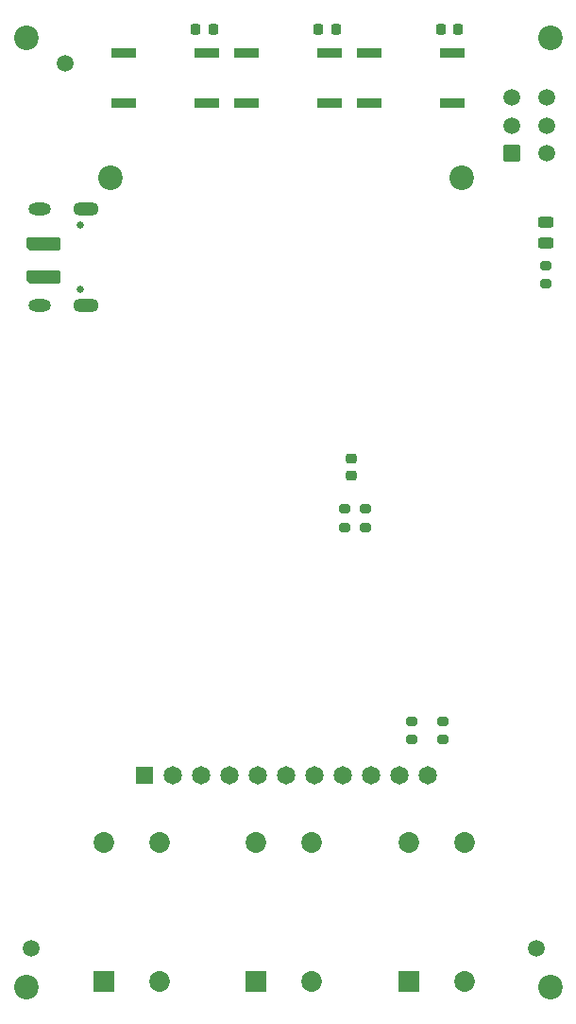
<source format=gbr>
%TF.GenerationSoftware,KiCad,Pcbnew,9.0.5*%
%TF.CreationDate,2025-11-15T02:11:42-05:00*%
%TF.ProjectId,CreditCard,43726564-6974-4436-9172-642e6b696361,rev?*%
%TF.SameCoordinates,Original*%
%TF.FileFunction,Soldermask,Top*%
%TF.FilePolarity,Negative*%
%FSLAX46Y46*%
G04 Gerber Fmt 4.6, Leading zero omitted, Abs format (unit mm)*
G04 Created by KiCad (PCBNEW 9.0.5) date 2025-11-15 02:11:42*
%MOMM*%
%LPD*%
G01*
G04 APERTURE LIST*
G04 Aperture macros list*
%AMRoundRect*
0 Rectangle with rounded corners*
0 $1 Rounding radius*
0 $2 $3 $4 $5 $6 $7 $8 $9 X,Y pos of 4 corners*
0 Add a 4 corners polygon primitive as box body*
4,1,4,$2,$3,$4,$5,$6,$7,$8,$9,$2,$3,0*
0 Add four circle primitives for the rounded corners*
1,1,$1+$1,$2,$3*
1,1,$1+$1,$4,$5*
1,1,$1+$1,$6,$7*
1,1,$1+$1,$8,$9*
0 Add four rect primitives between the rounded corners*
20,1,$1+$1,$2,$3,$4,$5,0*
20,1,$1+$1,$4,$5,$6,$7,0*
20,1,$1+$1,$6,$7,$8,$9,0*
20,1,$1+$1,$8,$9,$2,$3,0*%
%AMFreePoly0*
4,1,18,-1.500000,0.437500,-1.485727,0.509253,-1.445083,0.570083,-1.384253,0.610727,-1.312500,0.625000,1.187500,0.625000,1.500000,0.312500,1.500000,-0.437500,1.485727,-0.509253,1.445083,-0.570083,1.384253,-0.610727,1.312500,-0.625000,-1.312500,-0.625000,-1.384253,-0.610727,-1.445083,-0.570083,-1.485727,-0.509253,-1.500000,-0.437500,-1.500000,0.437500,-1.500000,0.437500,$1*%
G04 Aperture macros list end*
%ADD10R,1.854200X1.854200*%
%ADD11C,1.854200*%
%ADD12R,2.209800X0.863600*%
%ADD13RoundRect,0.102000X0.654000X-0.654000X0.654000X0.654000X-0.654000X0.654000X-0.654000X-0.654000X0*%
%ADD14C,1.512000*%
%ADD15RoundRect,0.200000X0.275000X-0.200000X0.275000X0.200000X-0.275000X0.200000X-0.275000X-0.200000X0*%
%ADD16RoundRect,0.200000X-0.275000X0.200000X-0.275000X-0.200000X0.275000X-0.200000X0.275000X0.200000X0*%
%ADD17RoundRect,0.225000X0.250000X-0.225000X0.250000X0.225000X-0.250000X0.225000X-0.250000X-0.225000X0*%
%ADD18C,2.200000*%
%ADD19R,1.650000X1.650000*%
%ADD20C,1.650000*%
%ADD21FreePoly0,180.000000*%
%ADD22RoundRect,0.225000X-0.225000X-0.250000X0.225000X-0.250000X0.225000X0.250000X-0.225000X0.250000X0*%
%ADD23RoundRect,0.243750X-0.456250X0.243750X-0.456250X-0.243750X0.456250X-0.243750X0.456250X0.243750X0*%
%ADD24C,0.650000*%
%ADD25O,2.304000X1.254000*%
%ADD26O,2.004000X1.104000*%
%ADD27C,1.500000*%
G04 APERTURE END LIST*
D10*
%TO.C,SW1*%
X109000000Y-122914250D03*
D11*
X114000000Y-122914250D03*
X114000000Y-110414250D03*
X109000000Y-110414250D03*
%TD*%
D12*
%TO.C,U6*%
X121753500Y-39749999D03*
X129246500Y-39749999D03*
X121753500Y-44250001D03*
X129246500Y-44250001D03*
%TD*%
D13*
%TO.C,S1*%
X145525000Y-48725000D03*
D14*
X145525000Y-46225000D03*
X145525000Y-43725000D03*
X148725000Y-48725000D03*
X148725000Y-46225000D03*
X148725000Y-43725000D03*
%TD*%
D15*
%TO.C,R3*%
X148600000Y-60425000D03*
X148600000Y-58775000D03*
%TD*%
D16*
%TO.C,R21*%
X136600000Y-99575000D03*
X136600000Y-101225000D03*
%TD*%
D12*
%TO.C,U7*%
X132753500Y-39749999D03*
X140246500Y-39749999D03*
X132753500Y-44250001D03*
X140246500Y-44250001D03*
%TD*%
D17*
%TO.C,C2*%
X131200000Y-77575000D03*
X131200000Y-76025000D03*
%TD*%
D10*
%TO.C,SW2*%
X122649200Y-122914250D03*
D11*
X127649200Y-122914250D03*
X127649200Y-110414250D03*
X122649200Y-110414250D03*
%TD*%
D18*
%TO.C,J2*%
X109551000Y-50949500D03*
X141051000Y-50949500D03*
D19*
X112600000Y-104400000D03*
D20*
X115140000Y-104400000D03*
X117680000Y-104400000D03*
X120220000Y-104400000D03*
X122760000Y-104400000D03*
X125300000Y-104400000D03*
X127840000Y-104400000D03*
X130380000Y-104400000D03*
X132920000Y-104400000D03*
X135460000Y-104400000D03*
X138000000Y-104400000D03*
%TD*%
D12*
%TO.C,U5*%
X110753500Y-39749999D03*
X118246500Y-39749999D03*
X110753500Y-44250001D03*
X118246500Y-44250001D03*
%TD*%
D21*
%TO.C,F5*%
X103575000Y-59800000D03*
%TD*%
D22*
%TO.C,C19*%
X117225000Y-37600000D03*
X118775000Y-37600000D03*
%TD*%
D16*
%TO.C,R1*%
X130600000Y-80575000D03*
X130600000Y-82225000D03*
%TD*%
D22*
%TO.C,C21*%
X139225000Y-37600000D03*
X140775000Y-37600000D03*
%TD*%
D23*
%TO.C,D1*%
X148600000Y-54862500D03*
X148600000Y-56737500D03*
%TD*%
D18*
%TO.C,MEC3*%
X149000000Y-123400000D03*
%TD*%
%TO.C,MEC1*%
X149000000Y-38400000D03*
%TD*%
D15*
%TO.C,R19*%
X139400000Y-101225000D03*
X139400000Y-99575000D03*
%TD*%
D22*
%TO.C,C20*%
X128225000Y-37600000D03*
X129775000Y-37600000D03*
%TD*%
D18*
%TO.C,MEC4*%
X102000000Y-123400000D03*
%TD*%
D10*
%TO.C,SW3*%
X136298400Y-122914250D03*
D11*
X141298400Y-122914250D03*
X141298400Y-110414250D03*
X136298400Y-110414250D03*
%TD*%
D21*
%TO.C,F6*%
X103575000Y-56800000D03*
%TD*%
D15*
%TO.C,R2*%
X132400000Y-82225000D03*
X132400000Y-80575000D03*
%TD*%
D18*
%TO.C,MEC2*%
X102000000Y-38400000D03*
%TD*%
D24*
%TO.C,J3*%
X106895000Y-60890000D03*
X106895000Y-55110000D03*
D25*
X107395000Y-62320000D03*
X107395000Y-53680000D03*
D26*
X103215000Y-62320000D03*
X103215000Y-53680000D03*
%TD*%
D27*
%TO.C,FID1*%
X102500000Y-119900000D03*
%TD*%
%TO.C,FID5*%
X105500000Y-40650000D03*
%TD*%
%TO.C,FID4*%
X147750000Y-119900000D03*
%TD*%
M02*

</source>
